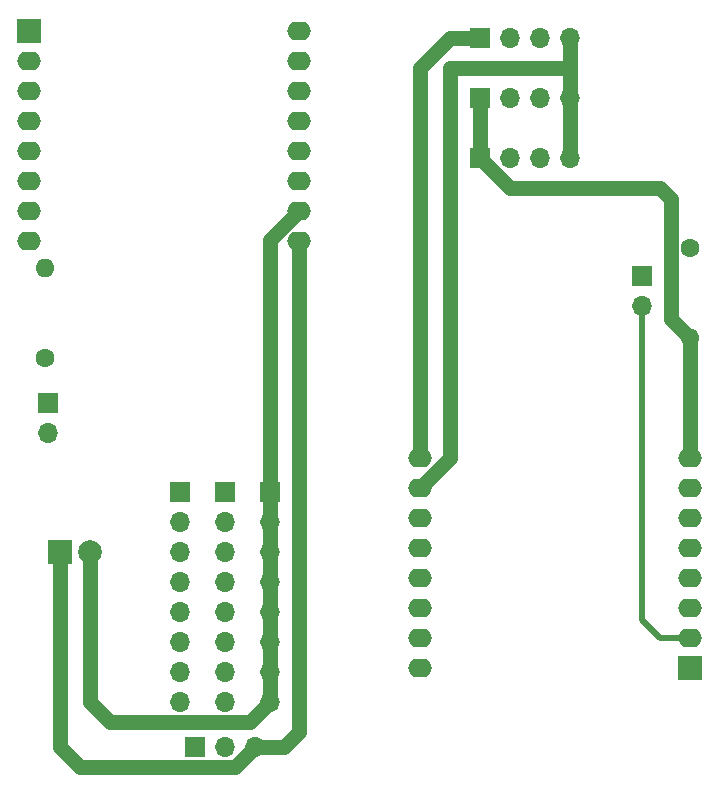
<source format=gbr>
%TF.GenerationSoftware,KiCad,Pcbnew,8.0.5*%
%TF.CreationDate,2024-11-16T12:50:27+01:00*%
%TF.ProjectId,esp8266-expansion-board,65737038-3236-4362-9d65-7870616e7369,rev?*%
%TF.SameCoordinates,Original*%
%TF.FileFunction,Copper,L2,Bot*%
%TF.FilePolarity,Positive*%
%FSLAX46Y46*%
G04 Gerber Fmt 4.6, Leading zero omitted, Abs format (unit mm)*
G04 Created by KiCad (PCBNEW 8.0.5) date 2024-11-16 12:50:27*
%MOMM*%
%LPD*%
G01*
G04 APERTURE LIST*
%TA.AperFunction,ComponentPad*%
%ADD10R,1.700000X1.700000*%
%TD*%
%TA.AperFunction,ComponentPad*%
%ADD11O,1.700000X1.700000*%
%TD*%
%TA.AperFunction,ComponentPad*%
%ADD12R,2.000000X2.000000*%
%TD*%
%TA.AperFunction,ComponentPad*%
%ADD13C,2.000000*%
%TD*%
%TA.AperFunction,ComponentPad*%
%ADD14C,1.600000*%
%TD*%
%TA.AperFunction,ComponentPad*%
%ADD15O,1.600000X1.600000*%
%TD*%
%TA.AperFunction,ComponentPad*%
%ADD16O,2.000000X1.600000*%
%TD*%
%TA.AperFunction,Conductor*%
%ADD17C,1.250000*%
%TD*%
%TA.AperFunction,Conductor*%
%ADD18C,0.500000*%
%TD*%
G04 APERTURE END LIST*
D10*
%TO.P,J2,1,Pin_1*%
%TO.N,+3.3V*%
X41910000Y-95250000D03*
D11*
%TO.P,J2,2,Pin_2*%
%TO.N,/power_out*%
X44450000Y-95250000D03*
%TO.P,J2,3,Pin_3*%
%TO.N,+5V*%
X46990000Y-95250000D03*
%TD*%
D10*
%TO.P,J9,1,Pin_1*%
%TO.N,/+3v3*%
X66040000Y-40293187D03*
D11*
%TO.P,J9,2,Pin_2*%
%TO.N,/GPIO14B*%
X68580000Y-40293187D03*
%TO.P,J9,3,Pin_3*%
%TO.N,/GPIO12B*%
X71120000Y-40293187D03*
%TO.P,J9,4,Pin_4*%
%TO.N,/0V*%
X73660000Y-40293187D03*
%TD*%
D12*
%TO.P,J1,1,Pin_1*%
%TO.N,+5V*%
X30480000Y-78740000D03*
D13*
%TO.P,J1,2,Pin_2*%
%TO.N,GND*%
X33020000Y-78740000D03*
%TD*%
D11*
%TO.P,J5,8,Pin_8*%
%TO.N,/GPIO15A*%
X40640000Y-91440000D03*
%TO.P,J5,7,Pin_7*%
%TO.N,/GPIO14A*%
X40640000Y-88900000D03*
%TO.P,J5,6,Pin_6*%
%TO.N,/GPIO13A*%
X40640000Y-86360000D03*
%TO.P,J5,5,Pin_5*%
%TO.N,/GPIO12A*%
X40640000Y-83820000D03*
%TO.P,J5,4,Pin_4*%
%TO.N,/GPIO5A*%
X40640000Y-81280000D03*
%TO.P,J5,3,Pin_3*%
%TO.N,/GPIO4A*%
X40640000Y-78740000D03*
%TO.P,J5,2,Pin_2*%
%TO.N,/GPIO2A*%
X40640000Y-76200000D03*
D10*
%TO.P,J5,1,Pin_1*%
%TO.N,/GPIO0A*%
X40640000Y-73660000D03*
%TD*%
%TO.P,J8,1,Pin_1*%
%TO.N,/+3v3*%
X66040000Y-45373187D03*
D11*
%TO.P,J8,2,Pin_2*%
%TO.N,/GPIO4B*%
X68580000Y-45373187D03*
%TO.P,J8,3,Pin_3*%
%TO.N,/GPIO5B*%
X71120000Y-45373187D03*
%TO.P,J8,4,Pin_4*%
%TO.N,/0V*%
X73660000Y-45373187D03*
%TD*%
%TO.P,J4,8,Pin_8*%
%TO.N,/power_out*%
X44450000Y-91440000D03*
%TO.P,J4,7,Pin_7*%
X44450000Y-88900000D03*
%TO.P,J4,6,Pin_6*%
X44450000Y-86360000D03*
%TO.P,J4,5,Pin_5*%
X44450000Y-83820000D03*
%TO.P,J4,4,Pin_4*%
X44450000Y-81280000D03*
%TO.P,J4,3,Pin_3*%
X44450000Y-78740000D03*
%TO.P,J4,2,Pin_2*%
X44450000Y-76200000D03*
D10*
%TO.P,J4,1,Pin_1*%
X44450000Y-73660000D03*
%TD*%
%TO.P,J7,1,Pin_1*%
%TO.N,Net-(J7-Pin_1)*%
X79751775Y-55367942D03*
D11*
%TO.P,J7,2,Pin_2*%
%TO.N,/ADC0B*%
X79751775Y-57907942D03*
%TD*%
D14*
%TO.P,R2,1*%
%TO.N,Net-(J7-Pin_1)*%
X83820000Y-52993187D03*
D15*
%TO.P,R2,2*%
%TO.N,/+3v3*%
X83820000Y-60613187D03*
%TD*%
D11*
%TO.P,J3,8,Pin_8*%
%TO.N,GND*%
X48260000Y-91440000D03*
%TO.P,J3,7,Pin_7*%
X48260000Y-88900000D03*
%TO.P,J3,6,Pin_6*%
X48260000Y-86360000D03*
%TO.P,J3,5,Pin_5*%
X48260000Y-83820000D03*
%TO.P,J3,4,Pin_4*%
X48260000Y-81280000D03*
%TO.P,J3,3,Pin_3*%
X48260000Y-78740000D03*
%TO.P,J3,2,Pin_2*%
X48260000Y-76200000D03*
D10*
%TO.P,J3,1,Pin_1*%
X48260000Y-73660000D03*
%TD*%
%TO.P,J10,1,Pin_1*%
%TO.N,/5V*%
X66040000Y-35213187D03*
D11*
%TO.P,J10,2,Pin_2*%
%TO.N,/GPIO0B*%
X68580000Y-35213187D03*
%TO.P,J10,3,Pin_3*%
%TO.N,/GPIO2B*%
X71120000Y-35213187D03*
%TO.P,J10,4,Pin_4*%
%TO.N,/0V*%
X73660000Y-35213187D03*
%TD*%
D12*
%TO.P,U2,1,~{RST}*%
%TO.N,unconnected-(U2-~{RST}-Pad1)*%
X83820000Y-88553187D03*
D16*
%TO.P,U2,2,A0*%
%TO.N,/ADC0B*%
X83820000Y-86013187D03*
%TO.P,U2,3,D0*%
%TO.N,unconnected-(U2-D0-Pad3)*%
X83820000Y-83473187D03*
%TO.P,U2,4,SCK/D5*%
%TO.N,/GPIO14B*%
X83820000Y-80933187D03*
%TO.P,U2,5,MISO/D6*%
%TO.N,/GPIO12B*%
X83820000Y-78393187D03*
%TO.P,U2,6,MOSI/D7*%
%TO.N,/GPIO13B*%
X83820000Y-75853187D03*
%TO.P,U2,7,CS/D8*%
%TO.N,/GPIO15B*%
X83820000Y-73313187D03*
%TO.P,U2,8,3V3*%
%TO.N,/+3v3*%
X83820000Y-70773187D03*
%TO.P,U2,9,5V*%
%TO.N,/5V*%
X60960000Y-70773187D03*
%TO.P,U2,10,GND*%
%TO.N,/0V*%
X60960000Y-73313187D03*
%TO.P,U2,11,D4*%
%TO.N,/GPIO2B*%
X60960000Y-75853187D03*
%TO.P,U2,12,D3*%
%TO.N,/GPIO0B*%
X60960000Y-78393187D03*
%TO.P,U2,13,SDA/D2*%
%TO.N,/GPIO4B*%
X60960000Y-80933187D03*
%TO.P,U2,14,SCL/D1*%
%TO.N,/GPIO5B*%
X60960000Y-83473187D03*
%TO.P,U2,15,RX*%
%TO.N,unconnected-(U2-RX-Pad15)*%
X60960000Y-86013187D03*
%TO.P,U2,16,TX*%
%TO.N,unconnected-(U2-TX-Pad16)*%
X60960000Y-88553187D03*
%TD*%
%TO.P,U1,16,TX*%
%TO.N,unconnected-(U1-TX-Pad16)*%
X50714850Y-34593478D03*
%TO.P,U1,15,RX*%
%TO.N,unconnected-(U1-RX-Pad15)*%
X50714850Y-37133478D03*
%TO.P,U1,14,SCL/D1*%
%TO.N,/GPIO5A*%
X50714850Y-39673478D03*
%TO.P,U1,13,SDA/D2*%
%TO.N,/GPIO4A*%
X50714850Y-42213478D03*
%TO.P,U1,12,D3*%
%TO.N,/GPIO0A*%
X50714850Y-44753478D03*
%TO.P,U1,11,D4*%
%TO.N,/GPIO2A*%
X50714850Y-47293478D03*
%TO.P,U1,10,GND*%
%TO.N,GND*%
X50714850Y-49833478D03*
%TO.P,U1,9,5V*%
%TO.N,+5V*%
X50714850Y-52373478D03*
%TO.P,U1,8,3V3*%
%TO.N,+3.3V*%
X27854850Y-52373478D03*
%TO.P,U1,7,CS/D8*%
%TO.N,/GPIO15A*%
X27854850Y-49833478D03*
%TO.P,U1,6,MOSI/D7*%
%TO.N,/GPIO13A*%
X27854850Y-47293478D03*
%TO.P,U1,5,MISO/D6*%
%TO.N,/GPIO12A*%
X27854850Y-44753478D03*
%TO.P,U1,4,SCK/D5*%
%TO.N,/GPIO14A*%
X27854850Y-42213478D03*
%TO.P,U1,3,D0*%
%TO.N,unconnected-(U1-D0-Pad3)*%
X27854850Y-39673478D03*
%TO.P,U1,2,A0*%
%TO.N,/ADC0A*%
X27854850Y-37133478D03*
D12*
%TO.P,U1,1,~{RST}*%
%TO.N,unconnected-(U1-~{RST}-Pad1)*%
X27854850Y-34593478D03*
%TD*%
D14*
%TO.P,R1,1*%
%TO.N,Net-(J6-Pin_1)*%
X29178085Y-62350192D03*
D15*
%TO.P,R1,2*%
%TO.N,+3.3V*%
X29178085Y-54730192D03*
%TD*%
D10*
%TO.P,J6,1,Pin_1*%
%TO.N,Net-(J6-Pin_1)*%
X29455323Y-66127646D03*
D11*
%TO.P,J6,2,Pin_2*%
%TO.N,/ADC0A*%
X29455323Y-68667646D03*
%TD*%
D17*
%TO.N,GND*%
X34695000Y-93115000D02*
X33020000Y-91440000D01*
X46585000Y-93115000D02*
X34695000Y-93115000D01*
X33020000Y-91440000D02*
X33020000Y-78740000D01*
X48260000Y-91440000D02*
X46585000Y-93115000D01*
%TO.N,+5V*%
X46990000Y-95250000D02*
X45315000Y-96925000D01*
X45315000Y-96925000D02*
X32155000Y-96925000D01*
X32155000Y-96925000D02*
X30480000Y-95250000D01*
X30480000Y-95250000D02*
X30480000Y-78740000D01*
%TO.N,GND*%
X48260000Y-73660000D02*
X48260000Y-91440000D01*
X50714850Y-49833478D02*
X48260000Y-52288328D01*
X48260000Y-52288328D02*
X48260000Y-73660000D01*
%TO.N,+5V*%
X50714850Y-52373478D02*
X50714850Y-93980000D01*
X46990000Y-95250000D02*
X49444850Y-95250000D01*
X49444850Y-95250000D02*
X50714850Y-93980000D01*
D18*
%TO.N,/ADC0B*%
X81280000Y-86013187D02*
X83820000Y-86013187D01*
X79751775Y-57907942D02*
X79751775Y-84484962D01*
X79751775Y-84484962D02*
X81280000Y-86013187D01*
D17*
%TO.N,/+3v3*%
X83820000Y-60613187D02*
X83820000Y-70773187D01*
X81280000Y-47913187D02*
X68580000Y-47913187D01*
X83820000Y-60613187D02*
X82195000Y-58988187D01*
X68580000Y-47913187D02*
X66040000Y-45373187D01*
X82195000Y-58988187D02*
X82195000Y-48828187D01*
X66040000Y-45373187D02*
X66040000Y-40293187D01*
X82195000Y-48828187D02*
X81280000Y-47913187D01*
%TO.N,/5V*%
X63500000Y-35213187D02*
X66040000Y-35213187D01*
X60960000Y-70773187D02*
X60960000Y-37753187D01*
X60960000Y-37753187D02*
X63500000Y-35213187D01*
%TO.N,/0V*%
X63500000Y-70773187D02*
X63500000Y-37753187D01*
X73660000Y-37753187D02*
X73660000Y-35213187D01*
X73660000Y-37753187D02*
X73660000Y-40293187D01*
X60960000Y-73313187D02*
X63500000Y-70773187D01*
X63500000Y-37753187D02*
X73660000Y-37753187D01*
X73660000Y-40293187D02*
X73660000Y-45373187D01*
%TD*%
M02*

</source>
